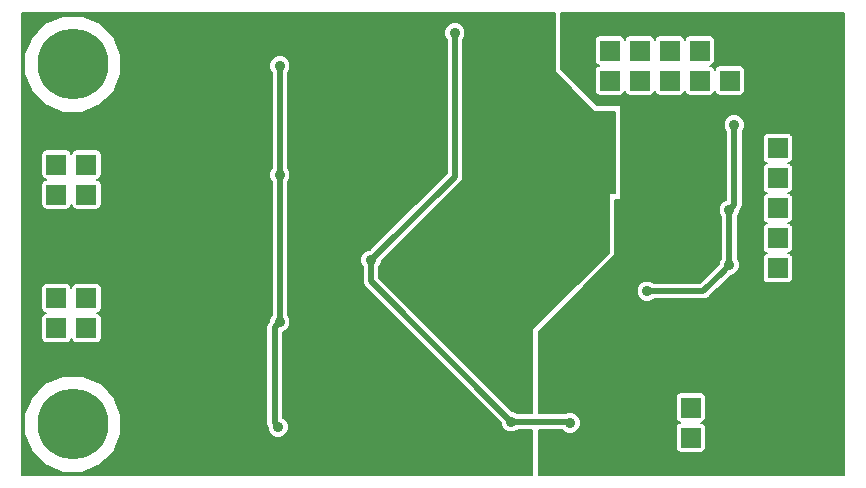
<source format=gbr>
G04 #@! TF.FileFunction,Copper,L1,Top,Signal*
%FSLAX46Y46*%
G04 Gerber Fmt 4.6, Leading zero omitted, Abs format (unit mm)*
G04 Created by KiCad (PCBNEW 0.201412101631+5319~19~ubuntu14.04.1-product) date Čt 11. prosinec 2014, 14:09:43 CET*
%MOMM*%
G01*
G04 APERTURE LIST*
%ADD10C,0.100000*%
%ADD11R,1.651000X1.651000*%
%ADD12C,6.000000*%
%ADD13C,0.889000*%
%ADD14C,0.500000*%
%ADD15C,0.254000*%
%ADD16C,0.600000*%
%ADD17C,0.400000*%
%ADD18C,0.300000*%
%ADD19C,0.200000*%
G04 APERTURE END LIST*
D10*
D11*
X3683000Y13208000D03*
X6223000Y13208000D03*
X3683000Y18288000D03*
X3683000Y15748000D03*
X3683000Y10668000D03*
X6223000Y10668000D03*
X6223000Y15748000D03*
X6223000Y18288000D03*
X3683000Y24511000D03*
X6223000Y24511000D03*
X3683000Y29591000D03*
X3683000Y27051000D03*
X3683000Y21971000D03*
X6223000Y21971000D03*
X6223000Y27051000D03*
X6223000Y29591000D03*
X59944000Y6477000D03*
X57404000Y6477000D03*
X54864000Y6477000D03*
X54864000Y3937000D03*
X57404000Y3937000D03*
X59944000Y3937000D03*
X55626000Y34163000D03*
X55626000Y36703000D03*
X50546000Y34163000D03*
X53086000Y34163000D03*
X58166000Y34163000D03*
X58166000Y36703000D03*
X53086000Y36703000D03*
X50546000Y36703000D03*
X64770000Y20828000D03*
X67310000Y28448000D03*
X67310000Y23368000D03*
X64770000Y28448000D03*
X67310000Y18288000D03*
X67310000Y20828000D03*
X67310000Y25908000D03*
X64770000Y18288000D03*
X64770000Y25908000D03*
X64770000Y23368000D03*
D12*
X66040000Y35560000D03*
X66040000Y5080000D03*
X5080000Y5080000D03*
X5080000Y35560000D03*
D11*
X60706000Y34163000D03*
X60706000Y36703000D03*
D13*
X45212000Y34036000D03*
X42418000Y31623000D03*
X46736000Y31877000D03*
X49657000Y25146000D03*
X49784000Y19558000D03*
X46609000Y25400000D03*
X46355000Y27305000D03*
X48006000Y24638000D03*
X50419000Y26543000D03*
X25003760Y4061460D03*
X25011380Y26339800D03*
X37785040Y11930380D03*
X32298640Y12044680D03*
X33746440Y11816080D03*
X30012640Y11625580D03*
X29098240Y14521180D03*
X25631140Y19778980D03*
X23992840Y14444980D03*
X18315940Y12463780D03*
X14620240Y15168880D03*
X43878500Y27139900D03*
X39880540Y26857960D03*
X35572700Y27101800D03*
X42291000Y35052000D03*
X35783520Y17462500D03*
X36649660Y15615920D03*
X36621720Y13738860D03*
X39913560Y17261840D03*
X41066720Y15298420D03*
X31724600Y25986740D03*
X30827980Y21894800D03*
X31244540Y23876000D03*
X32011620Y17416780D03*
X45653960Y28554680D03*
X48798480Y26626820D03*
X43180000Y8382000D03*
X41402000Y9652000D03*
X42773600Y11328400D03*
X38023800Y5842000D03*
X38227000Y2108200D03*
X32969200Y2565400D03*
X33426400Y5359400D03*
X31140400Y3911600D03*
X37421994Y38227000D03*
X42202100Y5295900D03*
X47188120Y5171440D03*
X30317440Y18938240D03*
X54737000Y31623000D03*
X68707000Y11684000D03*
X66294000Y10795000D03*
X66167000Y13716000D03*
X62484000Y13716000D03*
X58547000Y19304000D03*
X57658000Y22860000D03*
X55245000Y24765000D03*
X53467000Y25781000D03*
X52197000Y26670000D03*
X52197000Y24892000D03*
X52197000Y23368000D03*
X53848000Y23368000D03*
X50927000Y15875000D03*
X49276000Y15875000D03*
X46609000Y11430000D03*
X57404000Y26797000D03*
X56134000Y26788509D03*
X59309000Y22098000D03*
X53718460Y16344900D03*
X60657740Y23210520D03*
X60639960Y18516600D03*
X61081920Y30406340D03*
X22479000Y4826000D03*
X22606000Y13716000D03*
X22606000Y35433000D03*
X22606000Y26193750D03*
D14*
X44196000Y35052000D02*
X44767501Y34480499D01*
X42291000Y35052000D02*
X44196000Y35052000D01*
X44767501Y34480499D02*
X45212000Y34036000D01*
X42672000Y31877000D02*
X42418000Y31623000D01*
X46736000Y31877000D02*
X42672000Y31877000D01*
D15*
X45653960Y28554680D02*
X49062640Y25146000D01*
D16*
X49784000Y25019000D02*
X49657000Y25146000D01*
D15*
X49062640Y25146000D02*
X49657000Y25146000D01*
D16*
X49784000Y19558000D02*
X49784000Y25019000D01*
D15*
X46355000Y25654000D02*
X46609000Y25400000D01*
X46355000Y27305000D02*
X46355000Y25654000D01*
X48006000Y25266617D02*
X48006000Y24638000D01*
X48006000Y25834340D02*
X48006000Y25266617D01*
X48798480Y26626820D02*
X48006000Y25834340D01*
D17*
X25011380Y26339800D02*
X25011380Y25711183D01*
X25011380Y25711183D02*
X26846563Y23876000D01*
X26846563Y23876000D02*
X30615923Y23876000D01*
X30615923Y23876000D02*
X31244540Y23876000D01*
X33746440Y11816080D02*
X32527240Y11816080D01*
X32527240Y11816080D02*
X32298640Y12044680D01*
X29098240Y14521180D02*
X29098240Y12539980D01*
X29098240Y12539980D02*
X30012640Y11625580D01*
X23992840Y14444980D02*
X23992840Y18140680D01*
X23992840Y18140680D02*
X25631140Y19778980D01*
X14620240Y15168880D02*
X15610840Y15168880D01*
X15610840Y15168880D02*
X18315940Y12463780D01*
D15*
X39880540Y26857960D02*
X43596560Y26857960D01*
X43596560Y26857960D02*
X43878500Y27139900D01*
D17*
X36649660Y13766800D02*
X36621720Y13738860D01*
X36649660Y15615920D02*
X36649660Y13766800D01*
X39913560Y16451580D02*
X41066720Y15298420D01*
X39913560Y17261840D02*
X39913560Y16451580D01*
X31724600Y22791420D02*
X30827980Y21894800D01*
X31724600Y25986740D02*
X31724600Y22791420D01*
D14*
X42672000Y8382000D02*
X41402000Y9652000D01*
X43180000Y8382000D02*
X42672000Y8382000D01*
X41402000Y9956800D02*
X42773600Y11328400D01*
X41402000Y9652000D02*
X41402000Y9956800D01*
X38023800Y2311400D02*
X38227000Y2108200D01*
X38023800Y5842000D02*
X38023800Y2311400D01*
X32969200Y4902200D02*
X33426400Y5359400D01*
X32969200Y2565400D02*
X32969200Y4902200D01*
X47063660Y5295900D02*
X47188120Y5171440D01*
X42202100Y5295900D02*
X47063660Y5295900D01*
X37421994Y38227000D02*
X37421994Y26042794D01*
X42202100Y5295900D02*
X30317440Y17180560D01*
X30317440Y17180560D02*
X30317440Y18309623D01*
X30317440Y18309623D02*
X30317440Y18938240D01*
X37421994Y26042794D02*
X30761939Y19382739D01*
X30761939Y19382739D02*
X30317440Y18938240D01*
D18*
X53467000Y25781000D02*
X53467000Y30353000D01*
X53467000Y30353000D02*
X54737000Y31623000D01*
D16*
X66294000Y10795000D02*
X67818000Y10795000D01*
X67818000Y10795000D02*
X68707000Y11684000D01*
X62484000Y13716000D02*
X66167000Y13716000D01*
X55245000Y24765000D02*
X55753000Y24765000D01*
X55753000Y24765000D02*
X57658000Y22860000D01*
X52197000Y26670000D02*
X52578000Y26670000D01*
X52578000Y26670000D02*
X53467000Y25781000D01*
X52197000Y23368000D02*
X52197000Y24892000D01*
X51371499Y20637499D02*
X53848000Y23114000D01*
X53848000Y23114000D02*
X53848000Y23368000D01*
X50927000Y15875000D02*
X51371499Y16319499D01*
X51371499Y16319499D02*
X51371499Y20637499D01*
X46609000Y11430000D02*
X46609000Y13208000D01*
X46609000Y13208000D02*
X49276000Y15875000D01*
D18*
X56134000Y26788509D02*
X57395509Y26788509D01*
X57395509Y26788509D02*
X57404000Y26797000D01*
D16*
X58547000Y21336000D02*
X58864501Y21653501D01*
X58547000Y19304000D02*
X58547000Y21336000D01*
X58864501Y21653501D02*
X59309000Y22098000D01*
D14*
X60657740Y23210520D02*
X60657740Y18534380D01*
X60657740Y18534380D02*
X60639960Y18516600D01*
X53718460Y16344900D02*
X58468260Y16344900D01*
X58468260Y16344900D02*
X60195461Y18072101D01*
X60195461Y18072101D02*
X60639960Y18516600D01*
X61081920Y30406340D02*
X61081920Y23634700D01*
X61081920Y23634700D02*
X60657740Y23210520D01*
X22606000Y13716000D02*
X22161501Y13271501D01*
X22161501Y13271501D02*
X22161501Y5143499D01*
X22161501Y5143499D02*
X22479000Y4826000D01*
X22606000Y26193750D02*
X22606000Y13716000D01*
X22606000Y26193750D02*
X22606000Y35433000D01*
D19*
G36*
X70364000Y756000D02*
X66054316Y756000D01*
X66054316Y17462500D01*
X66054316Y19113500D01*
X66021025Y19285083D01*
X65921961Y19435890D01*
X65772410Y19536838D01*
X65668065Y19557764D01*
X65767083Y19576975D01*
X65917890Y19676039D01*
X66018838Y19825590D01*
X66054316Y20002500D01*
X66054316Y21653500D01*
X66021025Y21825083D01*
X65921961Y21975890D01*
X65772410Y22076838D01*
X65668065Y22097764D01*
X65767083Y22116975D01*
X65917890Y22216039D01*
X66018838Y22365590D01*
X66054316Y22542500D01*
X66054316Y24193500D01*
X66021025Y24365083D01*
X65921961Y24515890D01*
X65772410Y24616838D01*
X65668065Y24637764D01*
X65767083Y24656975D01*
X65917890Y24756039D01*
X66018838Y24905590D01*
X66054316Y25082500D01*
X66054316Y26733500D01*
X66021025Y26905083D01*
X65921961Y27055890D01*
X65772410Y27156838D01*
X65668065Y27177764D01*
X65767083Y27196975D01*
X65917890Y27296039D01*
X66018838Y27445590D01*
X66054316Y27622500D01*
X66054316Y29273500D01*
X66021025Y29445083D01*
X65921961Y29595890D01*
X65772410Y29696838D01*
X65595500Y29732316D01*
X63944500Y29732316D01*
X63772917Y29699025D01*
X63622110Y29599961D01*
X63521162Y29450410D01*
X63485684Y29273500D01*
X63485684Y27622500D01*
X63518975Y27450917D01*
X63618039Y27300110D01*
X63767590Y27199162D01*
X63871934Y27178237D01*
X63772917Y27159025D01*
X63622110Y27059961D01*
X63521162Y26910410D01*
X63485684Y26733500D01*
X63485684Y25082500D01*
X63518975Y24910917D01*
X63618039Y24760110D01*
X63767590Y24659162D01*
X63871934Y24638237D01*
X63772917Y24619025D01*
X63622110Y24519961D01*
X63521162Y24370410D01*
X63485684Y24193500D01*
X63485684Y22542500D01*
X63518975Y22370917D01*
X63618039Y22220110D01*
X63767590Y22119162D01*
X63871934Y22098237D01*
X63772917Y22079025D01*
X63622110Y21979961D01*
X63521162Y21830410D01*
X63485684Y21653500D01*
X63485684Y20002500D01*
X63518975Y19830917D01*
X63618039Y19680110D01*
X63767590Y19579162D01*
X63871934Y19558237D01*
X63772917Y19539025D01*
X63622110Y19439961D01*
X63521162Y19290410D01*
X63485684Y19113500D01*
X63485684Y17462500D01*
X63518975Y17290917D01*
X63618039Y17140110D01*
X63767590Y17039162D01*
X63944500Y17003684D01*
X65595500Y17003684D01*
X65767083Y17036975D01*
X65917890Y17136039D01*
X66018838Y17285590D01*
X66054316Y17462500D01*
X66054316Y756000D01*
X61990316Y756000D01*
X61990316Y33337500D01*
X61990316Y34988500D01*
X61957025Y35160083D01*
X61857961Y35310890D01*
X61708410Y35411838D01*
X61531500Y35447316D01*
X59880500Y35447316D01*
X59708917Y35414025D01*
X59558110Y35314961D01*
X59457162Y35165410D01*
X59436236Y35061066D01*
X59417025Y35160083D01*
X59317961Y35310890D01*
X59168410Y35411838D01*
X59064065Y35432764D01*
X59163083Y35451975D01*
X59313890Y35551039D01*
X59414838Y35700590D01*
X59450316Y35877500D01*
X59450316Y37528500D01*
X59417025Y37700083D01*
X59317961Y37850890D01*
X59168410Y37951838D01*
X58991500Y37987316D01*
X57340500Y37987316D01*
X57168917Y37954025D01*
X57018110Y37854961D01*
X56917162Y37705410D01*
X56896236Y37601066D01*
X56877025Y37700083D01*
X56777961Y37850890D01*
X56628410Y37951838D01*
X56451500Y37987316D01*
X54800500Y37987316D01*
X54628917Y37954025D01*
X54478110Y37854961D01*
X54377162Y37705410D01*
X54356236Y37601066D01*
X54337025Y37700083D01*
X54237961Y37850890D01*
X54088410Y37951838D01*
X53911500Y37987316D01*
X52260500Y37987316D01*
X52088917Y37954025D01*
X51938110Y37854961D01*
X51837162Y37705410D01*
X51816236Y37601066D01*
X51797025Y37700083D01*
X51697961Y37850890D01*
X51548410Y37951838D01*
X51371500Y37987316D01*
X49720500Y37987316D01*
X49548917Y37954025D01*
X49398110Y37854961D01*
X49297162Y37705410D01*
X49261684Y37528500D01*
X49261684Y35877500D01*
X49294975Y35705917D01*
X49394039Y35555110D01*
X49543590Y35454162D01*
X49647934Y35433237D01*
X49548917Y35414025D01*
X49398110Y35314961D01*
X49297162Y35165410D01*
X49261684Y34988500D01*
X49261684Y33337500D01*
X49294975Y33165917D01*
X49394039Y33015110D01*
X49543590Y32914162D01*
X49720500Y32878684D01*
X51371500Y32878684D01*
X51543083Y32911975D01*
X51693890Y33011039D01*
X51794838Y33160590D01*
X51815763Y33264935D01*
X51834975Y33165917D01*
X51934039Y33015110D01*
X52083590Y32914162D01*
X52260500Y32878684D01*
X53911500Y32878684D01*
X54083083Y32911975D01*
X54233890Y33011039D01*
X54334838Y33160590D01*
X54355763Y33264935D01*
X54374975Y33165917D01*
X54474039Y33015110D01*
X54623590Y32914162D01*
X54800500Y32878684D01*
X56451500Y32878684D01*
X56623083Y32911975D01*
X56773890Y33011039D01*
X56874838Y33160590D01*
X56895763Y33264935D01*
X56914975Y33165917D01*
X57014039Y33015110D01*
X57163590Y32914162D01*
X57340500Y32878684D01*
X58991500Y32878684D01*
X59163083Y32911975D01*
X59313890Y33011039D01*
X59414838Y33160590D01*
X59435763Y33264935D01*
X59454975Y33165917D01*
X59554039Y33015110D01*
X59703590Y32914162D01*
X59880500Y32878684D01*
X61531500Y32878684D01*
X61703083Y32911975D01*
X61853890Y33011039D01*
X61954838Y33160590D01*
X61990316Y33337500D01*
X61990316Y756000D01*
X61976575Y756000D01*
X61976575Y30583486D01*
X61840682Y30912371D01*
X61589275Y31164218D01*
X61260628Y31300684D01*
X60904774Y31300995D01*
X60575889Y31165102D01*
X60324042Y30913695D01*
X60187576Y30585048D01*
X60187265Y30229194D01*
X60323158Y29900309D01*
X60381920Y29841444D01*
X60381920Y24064404D01*
X60151709Y23969282D01*
X59899862Y23717875D01*
X59763396Y23389228D01*
X59763085Y23033374D01*
X59898978Y22704489D01*
X59957740Y22645624D01*
X59957740Y19099481D01*
X59882082Y19023955D01*
X59745616Y18695308D01*
X59745543Y18612134D01*
X59700486Y18567076D01*
X58178309Y17044900D01*
X54283591Y17044900D01*
X54225815Y17102778D01*
X53897168Y17239244D01*
X53541314Y17239555D01*
X53212429Y17103662D01*
X52960582Y16852255D01*
X52824116Y16523608D01*
X52823805Y16167754D01*
X52959698Y15838869D01*
X53211105Y15587022D01*
X53539752Y15450556D01*
X53895606Y15450245D01*
X54224491Y15586138D01*
X54283355Y15644900D01*
X58468260Y15644900D01*
X58736138Y15698184D01*
X58736139Y15698184D01*
X58963235Y15849925D01*
X60690436Y17577126D01*
X60735326Y17622017D01*
X60817106Y17621945D01*
X61145991Y17757838D01*
X61397838Y18009245D01*
X61534304Y18337892D01*
X61534615Y18693746D01*
X61398722Y19022631D01*
X61357740Y19063684D01*
X61357740Y22645389D01*
X61415618Y22703165D01*
X61552084Y23031812D01*
X61552156Y23114987D01*
X61576895Y23139725D01*
X61728636Y23366821D01*
X61728636Y23366822D01*
X61781920Y23634700D01*
X61781920Y29841209D01*
X61839798Y29898985D01*
X61976264Y30227632D01*
X61976575Y30583486D01*
X61976575Y756000D01*
X58688316Y756000D01*
X58688316Y3111500D01*
X58688316Y4762500D01*
X58655025Y4934083D01*
X58555961Y5084890D01*
X58406410Y5185838D01*
X58302065Y5206764D01*
X58401083Y5225975D01*
X58551890Y5325039D01*
X58652838Y5474590D01*
X58688316Y5651500D01*
X58688316Y7302500D01*
X58655025Y7474083D01*
X58555961Y7624890D01*
X58406410Y7725838D01*
X58229500Y7761316D01*
X56578500Y7761316D01*
X56406917Y7728025D01*
X56256110Y7628961D01*
X56155162Y7479410D01*
X56119684Y7302500D01*
X56119684Y5651500D01*
X56152975Y5479917D01*
X56252039Y5329110D01*
X56401590Y5228162D01*
X56505934Y5207237D01*
X56406917Y5188025D01*
X56256110Y5088961D01*
X56155162Y4939410D01*
X56119684Y4762500D01*
X56119684Y3111500D01*
X56152975Y2939917D01*
X56252039Y2789110D01*
X56401590Y2688162D01*
X56578500Y2652684D01*
X58229500Y2652684D01*
X58401083Y2685975D01*
X58551890Y2785039D01*
X58652838Y2934590D01*
X58688316Y3111500D01*
X58688316Y756000D01*
X44519000Y756000D01*
X44519000Y4595900D01*
X46498745Y4595900D01*
X46680765Y4413562D01*
X47009412Y4277096D01*
X47365266Y4276785D01*
X47694151Y4412678D01*
X47945998Y4664085D01*
X48082464Y4992732D01*
X48082775Y5348586D01*
X47946882Y5677471D01*
X47695475Y5929318D01*
X47366828Y6065784D01*
X47010974Y6066095D01*
X46841089Y5995900D01*
X44519000Y5995900D01*
X44519000Y12894604D01*
X50996000Y19371604D01*
X50996000Y24061000D01*
X51504000Y24061000D01*
X51504000Y25273000D01*
X51504000Y32073000D01*
X49462396Y32073000D01*
X46424000Y35111396D01*
X46424000Y39884000D01*
X70364000Y39884000D01*
X70364000Y756000D01*
X70364000Y756000D01*
G37*
X70364000Y756000D02*
X66054316Y756000D01*
X66054316Y17462500D01*
X66054316Y19113500D01*
X66021025Y19285083D01*
X65921961Y19435890D01*
X65772410Y19536838D01*
X65668065Y19557764D01*
X65767083Y19576975D01*
X65917890Y19676039D01*
X66018838Y19825590D01*
X66054316Y20002500D01*
X66054316Y21653500D01*
X66021025Y21825083D01*
X65921961Y21975890D01*
X65772410Y22076838D01*
X65668065Y22097764D01*
X65767083Y22116975D01*
X65917890Y22216039D01*
X66018838Y22365590D01*
X66054316Y22542500D01*
X66054316Y24193500D01*
X66021025Y24365083D01*
X65921961Y24515890D01*
X65772410Y24616838D01*
X65668065Y24637764D01*
X65767083Y24656975D01*
X65917890Y24756039D01*
X66018838Y24905590D01*
X66054316Y25082500D01*
X66054316Y26733500D01*
X66021025Y26905083D01*
X65921961Y27055890D01*
X65772410Y27156838D01*
X65668065Y27177764D01*
X65767083Y27196975D01*
X65917890Y27296039D01*
X66018838Y27445590D01*
X66054316Y27622500D01*
X66054316Y29273500D01*
X66021025Y29445083D01*
X65921961Y29595890D01*
X65772410Y29696838D01*
X65595500Y29732316D01*
X63944500Y29732316D01*
X63772917Y29699025D01*
X63622110Y29599961D01*
X63521162Y29450410D01*
X63485684Y29273500D01*
X63485684Y27622500D01*
X63518975Y27450917D01*
X63618039Y27300110D01*
X63767590Y27199162D01*
X63871934Y27178237D01*
X63772917Y27159025D01*
X63622110Y27059961D01*
X63521162Y26910410D01*
X63485684Y26733500D01*
X63485684Y25082500D01*
X63518975Y24910917D01*
X63618039Y24760110D01*
X63767590Y24659162D01*
X63871934Y24638237D01*
X63772917Y24619025D01*
X63622110Y24519961D01*
X63521162Y24370410D01*
X63485684Y24193500D01*
X63485684Y22542500D01*
X63518975Y22370917D01*
X63618039Y22220110D01*
X63767590Y22119162D01*
X63871934Y22098237D01*
X63772917Y22079025D01*
X63622110Y21979961D01*
X63521162Y21830410D01*
X63485684Y21653500D01*
X63485684Y20002500D01*
X63518975Y19830917D01*
X63618039Y19680110D01*
X63767590Y19579162D01*
X63871934Y19558237D01*
X63772917Y19539025D01*
X63622110Y19439961D01*
X63521162Y19290410D01*
X63485684Y19113500D01*
X63485684Y17462500D01*
X63518975Y17290917D01*
X63618039Y17140110D01*
X63767590Y17039162D01*
X63944500Y17003684D01*
X65595500Y17003684D01*
X65767083Y17036975D01*
X65917890Y17136039D01*
X66018838Y17285590D01*
X66054316Y17462500D01*
X66054316Y756000D01*
X61990316Y756000D01*
X61990316Y33337500D01*
X61990316Y34988500D01*
X61957025Y35160083D01*
X61857961Y35310890D01*
X61708410Y35411838D01*
X61531500Y35447316D01*
X59880500Y35447316D01*
X59708917Y35414025D01*
X59558110Y35314961D01*
X59457162Y35165410D01*
X59436236Y35061066D01*
X59417025Y35160083D01*
X59317961Y35310890D01*
X59168410Y35411838D01*
X59064065Y35432764D01*
X59163083Y35451975D01*
X59313890Y35551039D01*
X59414838Y35700590D01*
X59450316Y35877500D01*
X59450316Y37528500D01*
X59417025Y37700083D01*
X59317961Y37850890D01*
X59168410Y37951838D01*
X58991500Y37987316D01*
X57340500Y37987316D01*
X57168917Y37954025D01*
X57018110Y37854961D01*
X56917162Y37705410D01*
X56896236Y37601066D01*
X56877025Y37700083D01*
X56777961Y37850890D01*
X56628410Y37951838D01*
X56451500Y37987316D01*
X54800500Y37987316D01*
X54628917Y37954025D01*
X54478110Y37854961D01*
X54377162Y37705410D01*
X54356236Y37601066D01*
X54337025Y37700083D01*
X54237961Y37850890D01*
X54088410Y37951838D01*
X53911500Y37987316D01*
X52260500Y37987316D01*
X52088917Y37954025D01*
X51938110Y37854961D01*
X51837162Y37705410D01*
X51816236Y37601066D01*
X51797025Y37700083D01*
X51697961Y37850890D01*
X51548410Y37951838D01*
X51371500Y37987316D01*
X49720500Y37987316D01*
X49548917Y37954025D01*
X49398110Y37854961D01*
X49297162Y37705410D01*
X49261684Y37528500D01*
X49261684Y35877500D01*
X49294975Y35705917D01*
X49394039Y35555110D01*
X49543590Y35454162D01*
X49647934Y35433237D01*
X49548917Y35414025D01*
X49398110Y35314961D01*
X49297162Y35165410D01*
X49261684Y34988500D01*
X49261684Y33337500D01*
X49294975Y33165917D01*
X49394039Y33015110D01*
X49543590Y32914162D01*
X49720500Y32878684D01*
X51371500Y32878684D01*
X51543083Y32911975D01*
X51693890Y33011039D01*
X51794838Y33160590D01*
X51815763Y33264935D01*
X51834975Y33165917D01*
X51934039Y33015110D01*
X52083590Y32914162D01*
X52260500Y32878684D01*
X53911500Y32878684D01*
X54083083Y32911975D01*
X54233890Y33011039D01*
X54334838Y33160590D01*
X54355763Y33264935D01*
X54374975Y33165917D01*
X54474039Y33015110D01*
X54623590Y32914162D01*
X54800500Y32878684D01*
X56451500Y32878684D01*
X56623083Y32911975D01*
X56773890Y33011039D01*
X56874838Y33160590D01*
X56895763Y33264935D01*
X56914975Y33165917D01*
X57014039Y33015110D01*
X57163590Y32914162D01*
X57340500Y32878684D01*
X58991500Y32878684D01*
X59163083Y32911975D01*
X59313890Y33011039D01*
X59414838Y33160590D01*
X59435763Y33264935D01*
X59454975Y33165917D01*
X59554039Y33015110D01*
X59703590Y32914162D01*
X59880500Y32878684D01*
X61531500Y32878684D01*
X61703083Y32911975D01*
X61853890Y33011039D01*
X61954838Y33160590D01*
X61990316Y33337500D01*
X61990316Y756000D01*
X61976575Y756000D01*
X61976575Y30583486D01*
X61840682Y30912371D01*
X61589275Y31164218D01*
X61260628Y31300684D01*
X60904774Y31300995D01*
X60575889Y31165102D01*
X60324042Y30913695D01*
X60187576Y30585048D01*
X60187265Y30229194D01*
X60323158Y29900309D01*
X60381920Y29841444D01*
X60381920Y24064404D01*
X60151709Y23969282D01*
X59899862Y23717875D01*
X59763396Y23389228D01*
X59763085Y23033374D01*
X59898978Y22704489D01*
X59957740Y22645624D01*
X59957740Y19099481D01*
X59882082Y19023955D01*
X59745616Y18695308D01*
X59745543Y18612134D01*
X59700486Y18567076D01*
X58178309Y17044900D01*
X54283591Y17044900D01*
X54225815Y17102778D01*
X53897168Y17239244D01*
X53541314Y17239555D01*
X53212429Y17103662D01*
X52960582Y16852255D01*
X52824116Y16523608D01*
X52823805Y16167754D01*
X52959698Y15838869D01*
X53211105Y15587022D01*
X53539752Y15450556D01*
X53895606Y15450245D01*
X54224491Y15586138D01*
X54283355Y15644900D01*
X58468260Y15644900D01*
X58736138Y15698184D01*
X58736139Y15698184D01*
X58963235Y15849925D01*
X60690436Y17577126D01*
X60735326Y17622017D01*
X60817106Y17621945D01*
X61145991Y17757838D01*
X61397838Y18009245D01*
X61534304Y18337892D01*
X61534615Y18693746D01*
X61398722Y19022631D01*
X61357740Y19063684D01*
X61357740Y22645389D01*
X61415618Y22703165D01*
X61552084Y23031812D01*
X61552156Y23114987D01*
X61576895Y23139725D01*
X61728636Y23366821D01*
X61728636Y23366822D01*
X61781920Y23634700D01*
X61781920Y29841209D01*
X61839798Y29898985D01*
X61976264Y30227632D01*
X61976575Y30583486D01*
X61976575Y756000D01*
X58688316Y756000D01*
X58688316Y3111500D01*
X58688316Y4762500D01*
X58655025Y4934083D01*
X58555961Y5084890D01*
X58406410Y5185838D01*
X58302065Y5206764D01*
X58401083Y5225975D01*
X58551890Y5325039D01*
X58652838Y5474590D01*
X58688316Y5651500D01*
X58688316Y7302500D01*
X58655025Y7474083D01*
X58555961Y7624890D01*
X58406410Y7725838D01*
X58229500Y7761316D01*
X56578500Y7761316D01*
X56406917Y7728025D01*
X56256110Y7628961D01*
X56155162Y7479410D01*
X56119684Y7302500D01*
X56119684Y5651500D01*
X56152975Y5479917D01*
X56252039Y5329110D01*
X56401590Y5228162D01*
X56505934Y5207237D01*
X56406917Y5188025D01*
X56256110Y5088961D01*
X56155162Y4939410D01*
X56119684Y4762500D01*
X56119684Y3111500D01*
X56152975Y2939917D01*
X56252039Y2789110D01*
X56401590Y2688162D01*
X56578500Y2652684D01*
X58229500Y2652684D01*
X58401083Y2685975D01*
X58551890Y2785039D01*
X58652838Y2934590D01*
X58688316Y3111500D01*
X58688316Y756000D01*
X44519000Y756000D01*
X44519000Y4595900D01*
X46498745Y4595900D01*
X46680765Y4413562D01*
X47009412Y4277096D01*
X47365266Y4276785D01*
X47694151Y4412678D01*
X47945998Y4664085D01*
X48082464Y4992732D01*
X48082775Y5348586D01*
X47946882Y5677471D01*
X47695475Y5929318D01*
X47366828Y6065784D01*
X47010974Y6066095D01*
X46841089Y5995900D01*
X44519000Y5995900D01*
X44519000Y12894604D01*
X50996000Y19371604D01*
X50996000Y24061000D01*
X51504000Y24061000D01*
X51504000Y25273000D01*
X51504000Y32073000D01*
X49462396Y32073000D01*
X46424000Y35111396D01*
X46424000Y39884000D01*
X70364000Y39884000D01*
X70364000Y756000D01*
G36*
X50954000Y24611000D02*
X50446000Y24611000D01*
X50446000Y19599421D01*
X43969000Y13122421D01*
X43969000Y5995900D01*
X42767231Y5995900D01*
X42709455Y6053778D01*
X42380808Y6190244D01*
X42297632Y6190317D01*
X31017440Y17470509D01*
X31017440Y18309623D01*
X31017440Y18373109D01*
X31075318Y18430885D01*
X31211784Y18759532D01*
X31211856Y18842708D01*
X31256910Y18887762D01*
X31256914Y18887764D01*
X31256914Y18887765D01*
X37916969Y25547819D01*
X38068710Y25774915D01*
X38068710Y25774916D01*
X38121994Y26042794D01*
X38121994Y37661869D01*
X38179872Y37719645D01*
X38316338Y38048292D01*
X38316649Y38404146D01*
X38180756Y38733031D01*
X37929349Y38984878D01*
X37600702Y39121344D01*
X37244848Y39121655D01*
X36915963Y38985762D01*
X36664116Y38734355D01*
X36527650Y38405708D01*
X36527339Y38049854D01*
X36663232Y37720969D01*
X36721994Y37662104D01*
X36721994Y26332744D01*
X30266964Y19877714D01*
X30266961Y19877711D01*
X30222074Y19832824D01*
X30140294Y19832895D01*
X29811409Y19697002D01*
X29559562Y19445595D01*
X29423096Y19116948D01*
X29422785Y18761094D01*
X29558678Y18432209D01*
X29617440Y18373344D01*
X29617440Y18309623D01*
X29617440Y17180560D01*
X29670724Y16912681D01*
X29822465Y16685585D01*
X41307516Y5200535D01*
X41307445Y5118754D01*
X41443338Y4789869D01*
X41694745Y4538022D01*
X42023392Y4401556D01*
X42379246Y4401245D01*
X42708131Y4537138D01*
X42766995Y4595900D01*
X43969000Y4595900D01*
X43969000Y756000D01*
X23500655Y756000D01*
X23500655Y13893146D01*
X23364762Y14222031D01*
X23306000Y14280895D01*
X23306000Y25628619D01*
X23363878Y25686395D01*
X23500344Y26015042D01*
X23500655Y26370896D01*
X23364762Y26699781D01*
X23306000Y26758645D01*
X23306000Y34867869D01*
X23363878Y34925645D01*
X23500344Y35254292D01*
X23500655Y35610146D01*
X23364762Y35939031D01*
X23113355Y36190878D01*
X22784708Y36327344D01*
X22428854Y36327655D01*
X22099969Y36191762D01*
X21848122Y35940355D01*
X21711656Y35611708D01*
X21711345Y35255854D01*
X21847238Y34926969D01*
X21906000Y34868104D01*
X21906000Y26758882D01*
X21848122Y26701105D01*
X21711656Y26372458D01*
X21711345Y26016604D01*
X21847238Y25687719D01*
X21906000Y25628854D01*
X21906000Y14281132D01*
X21848122Y14223355D01*
X21711656Y13894708D01*
X21711583Y13811534D01*
X21666526Y13766476D01*
X21514785Y13539380D01*
X21461501Y13271501D01*
X21461501Y5143499D01*
X21514785Y4875620D01*
X21584452Y4771357D01*
X21584345Y4648854D01*
X21720238Y4319969D01*
X21971645Y4068122D01*
X22300292Y3931656D01*
X22656146Y3931345D01*
X22985031Y4067238D01*
X23236878Y4318645D01*
X23373344Y4647292D01*
X23373655Y5003146D01*
X23237762Y5332031D01*
X22986355Y5583878D01*
X22861501Y5635722D01*
X22861501Y12853721D01*
X23112031Y12957238D01*
X23363878Y13208645D01*
X23500344Y13537292D01*
X23500655Y13893146D01*
X23500655Y756000D01*
X9180710Y756000D01*
X9180710Y5891963D01*
X9180710Y36371963D01*
X8557838Y37879429D01*
X7405496Y39033784D01*
X5899118Y39659287D01*
X4268037Y39660710D01*
X2760571Y39037838D01*
X1606216Y37885496D01*
X980713Y36379118D01*
X979290Y34748037D01*
X1602162Y33240571D01*
X2754504Y32086216D01*
X4260882Y31460713D01*
X5891963Y31459290D01*
X7399429Y32082162D01*
X8553784Y33234504D01*
X9179287Y34740882D01*
X9180710Y36371963D01*
X9180710Y5891963D01*
X8557838Y7399429D01*
X7507316Y8451786D01*
X7507316Y12382500D01*
X7507316Y14033500D01*
X7474025Y14205083D01*
X7374961Y14355890D01*
X7225410Y14456838D01*
X7121065Y14477764D01*
X7220083Y14496975D01*
X7370890Y14596039D01*
X7471838Y14745590D01*
X7507316Y14922500D01*
X7507316Y16573500D01*
X7507316Y23685500D01*
X7507316Y25336500D01*
X7474025Y25508083D01*
X7374961Y25658890D01*
X7225410Y25759838D01*
X7121065Y25780764D01*
X7220083Y25799975D01*
X7370890Y25899039D01*
X7471838Y26048590D01*
X7507316Y26225500D01*
X7507316Y27876500D01*
X7474025Y28048083D01*
X7374961Y28198890D01*
X7225410Y28299838D01*
X7048500Y28335316D01*
X5397500Y28335316D01*
X5225917Y28302025D01*
X5075110Y28202961D01*
X4974162Y28053410D01*
X4953236Y27949066D01*
X4934025Y28048083D01*
X4834961Y28198890D01*
X4685410Y28299838D01*
X4508500Y28335316D01*
X2857500Y28335316D01*
X2685917Y28302025D01*
X2535110Y28202961D01*
X2434162Y28053410D01*
X2398684Y27876500D01*
X2398684Y26225500D01*
X2431975Y26053917D01*
X2531039Y25903110D01*
X2680590Y25802162D01*
X2784934Y25781237D01*
X2685917Y25762025D01*
X2535110Y25662961D01*
X2434162Y25513410D01*
X2398684Y25336500D01*
X2398684Y23685500D01*
X2431975Y23513917D01*
X2531039Y23363110D01*
X2680590Y23262162D01*
X2857500Y23226684D01*
X4508500Y23226684D01*
X4680083Y23259975D01*
X4830890Y23359039D01*
X4931838Y23508590D01*
X4952763Y23612935D01*
X4971975Y23513917D01*
X5071039Y23363110D01*
X5220590Y23262162D01*
X5397500Y23226684D01*
X7048500Y23226684D01*
X7220083Y23259975D01*
X7370890Y23359039D01*
X7471838Y23508590D01*
X7507316Y23685500D01*
X7507316Y16573500D01*
X7474025Y16745083D01*
X7374961Y16895890D01*
X7225410Y16996838D01*
X7048500Y17032316D01*
X5397500Y17032316D01*
X5225917Y16999025D01*
X5075110Y16899961D01*
X4974162Y16750410D01*
X4953236Y16646066D01*
X4934025Y16745083D01*
X4834961Y16895890D01*
X4685410Y16996838D01*
X4508500Y17032316D01*
X2857500Y17032316D01*
X2685917Y16999025D01*
X2535110Y16899961D01*
X2434162Y16750410D01*
X2398684Y16573500D01*
X2398684Y14922500D01*
X2431975Y14750917D01*
X2531039Y14600110D01*
X2680590Y14499162D01*
X2784934Y14478237D01*
X2685917Y14459025D01*
X2535110Y14359961D01*
X2434162Y14210410D01*
X2398684Y14033500D01*
X2398684Y12382500D01*
X2431975Y12210917D01*
X2531039Y12060110D01*
X2680590Y11959162D01*
X2857500Y11923684D01*
X4508500Y11923684D01*
X4680083Y11956975D01*
X4830890Y12056039D01*
X4931838Y12205590D01*
X4952763Y12309935D01*
X4971975Y12210917D01*
X5071039Y12060110D01*
X5220590Y11959162D01*
X5397500Y11923684D01*
X7048500Y11923684D01*
X7220083Y11956975D01*
X7370890Y12056039D01*
X7471838Y12205590D01*
X7507316Y12382500D01*
X7507316Y8451786D01*
X7405496Y8553784D01*
X5899118Y9179287D01*
X4268037Y9180710D01*
X2760571Y8557838D01*
X1606216Y7405496D01*
X980713Y5899118D01*
X979290Y4268037D01*
X1602162Y2760571D01*
X2754504Y1606216D01*
X4260882Y980713D01*
X5891963Y979290D01*
X7399429Y1602162D01*
X8553784Y2754504D01*
X9179287Y4260882D01*
X9180710Y5891963D01*
X9180710Y756000D01*
X756000Y756000D01*
X756000Y39884000D01*
X45874000Y39884000D01*
X45874000Y34883579D01*
X49234579Y31523000D01*
X50954000Y31523000D01*
X50954000Y25273000D01*
X50954000Y24611000D01*
X50954000Y24611000D01*
G37*
X50954000Y24611000D02*
X50446000Y24611000D01*
X50446000Y19599421D01*
X43969000Y13122421D01*
X43969000Y5995900D01*
X42767231Y5995900D01*
X42709455Y6053778D01*
X42380808Y6190244D01*
X42297632Y6190317D01*
X31017440Y17470509D01*
X31017440Y18309623D01*
X31017440Y18373109D01*
X31075318Y18430885D01*
X31211784Y18759532D01*
X31211856Y18842708D01*
X31256910Y18887762D01*
X31256914Y18887764D01*
X31256914Y18887765D01*
X37916969Y25547819D01*
X38068710Y25774915D01*
X38068710Y25774916D01*
X38121994Y26042794D01*
X38121994Y37661869D01*
X38179872Y37719645D01*
X38316338Y38048292D01*
X38316649Y38404146D01*
X38180756Y38733031D01*
X37929349Y38984878D01*
X37600702Y39121344D01*
X37244848Y39121655D01*
X36915963Y38985762D01*
X36664116Y38734355D01*
X36527650Y38405708D01*
X36527339Y38049854D01*
X36663232Y37720969D01*
X36721994Y37662104D01*
X36721994Y26332744D01*
X30266964Y19877714D01*
X30266961Y19877711D01*
X30222074Y19832824D01*
X30140294Y19832895D01*
X29811409Y19697002D01*
X29559562Y19445595D01*
X29423096Y19116948D01*
X29422785Y18761094D01*
X29558678Y18432209D01*
X29617440Y18373344D01*
X29617440Y18309623D01*
X29617440Y17180560D01*
X29670724Y16912681D01*
X29822465Y16685585D01*
X41307516Y5200535D01*
X41307445Y5118754D01*
X41443338Y4789869D01*
X41694745Y4538022D01*
X42023392Y4401556D01*
X42379246Y4401245D01*
X42708131Y4537138D01*
X42766995Y4595900D01*
X43969000Y4595900D01*
X43969000Y756000D01*
X23500655Y756000D01*
X23500655Y13893146D01*
X23364762Y14222031D01*
X23306000Y14280895D01*
X23306000Y25628619D01*
X23363878Y25686395D01*
X23500344Y26015042D01*
X23500655Y26370896D01*
X23364762Y26699781D01*
X23306000Y26758645D01*
X23306000Y34867869D01*
X23363878Y34925645D01*
X23500344Y35254292D01*
X23500655Y35610146D01*
X23364762Y35939031D01*
X23113355Y36190878D01*
X22784708Y36327344D01*
X22428854Y36327655D01*
X22099969Y36191762D01*
X21848122Y35940355D01*
X21711656Y35611708D01*
X21711345Y35255854D01*
X21847238Y34926969D01*
X21906000Y34868104D01*
X21906000Y26758882D01*
X21848122Y26701105D01*
X21711656Y26372458D01*
X21711345Y26016604D01*
X21847238Y25687719D01*
X21906000Y25628854D01*
X21906000Y14281132D01*
X21848122Y14223355D01*
X21711656Y13894708D01*
X21711583Y13811534D01*
X21666526Y13766476D01*
X21514785Y13539380D01*
X21461501Y13271501D01*
X21461501Y5143499D01*
X21514785Y4875620D01*
X21584452Y4771357D01*
X21584345Y4648854D01*
X21720238Y4319969D01*
X21971645Y4068122D01*
X22300292Y3931656D01*
X22656146Y3931345D01*
X22985031Y4067238D01*
X23236878Y4318645D01*
X23373344Y4647292D01*
X23373655Y5003146D01*
X23237762Y5332031D01*
X22986355Y5583878D01*
X22861501Y5635722D01*
X22861501Y12853721D01*
X23112031Y12957238D01*
X23363878Y13208645D01*
X23500344Y13537292D01*
X23500655Y13893146D01*
X23500655Y756000D01*
X9180710Y756000D01*
X9180710Y5891963D01*
X9180710Y36371963D01*
X8557838Y37879429D01*
X7405496Y39033784D01*
X5899118Y39659287D01*
X4268037Y39660710D01*
X2760571Y39037838D01*
X1606216Y37885496D01*
X980713Y36379118D01*
X979290Y34748037D01*
X1602162Y33240571D01*
X2754504Y32086216D01*
X4260882Y31460713D01*
X5891963Y31459290D01*
X7399429Y32082162D01*
X8553784Y33234504D01*
X9179287Y34740882D01*
X9180710Y36371963D01*
X9180710Y5891963D01*
X8557838Y7399429D01*
X7507316Y8451786D01*
X7507316Y12382500D01*
X7507316Y14033500D01*
X7474025Y14205083D01*
X7374961Y14355890D01*
X7225410Y14456838D01*
X7121065Y14477764D01*
X7220083Y14496975D01*
X7370890Y14596039D01*
X7471838Y14745590D01*
X7507316Y14922500D01*
X7507316Y16573500D01*
X7507316Y23685500D01*
X7507316Y25336500D01*
X7474025Y25508083D01*
X7374961Y25658890D01*
X7225410Y25759838D01*
X7121065Y25780764D01*
X7220083Y25799975D01*
X7370890Y25899039D01*
X7471838Y26048590D01*
X7507316Y26225500D01*
X7507316Y27876500D01*
X7474025Y28048083D01*
X7374961Y28198890D01*
X7225410Y28299838D01*
X7048500Y28335316D01*
X5397500Y28335316D01*
X5225917Y28302025D01*
X5075110Y28202961D01*
X4974162Y28053410D01*
X4953236Y27949066D01*
X4934025Y28048083D01*
X4834961Y28198890D01*
X4685410Y28299838D01*
X4508500Y28335316D01*
X2857500Y28335316D01*
X2685917Y28302025D01*
X2535110Y28202961D01*
X2434162Y28053410D01*
X2398684Y27876500D01*
X2398684Y26225500D01*
X2431975Y26053917D01*
X2531039Y25903110D01*
X2680590Y25802162D01*
X2784934Y25781237D01*
X2685917Y25762025D01*
X2535110Y25662961D01*
X2434162Y25513410D01*
X2398684Y25336500D01*
X2398684Y23685500D01*
X2431975Y23513917D01*
X2531039Y23363110D01*
X2680590Y23262162D01*
X2857500Y23226684D01*
X4508500Y23226684D01*
X4680083Y23259975D01*
X4830890Y23359039D01*
X4931838Y23508590D01*
X4952763Y23612935D01*
X4971975Y23513917D01*
X5071039Y23363110D01*
X5220590Y23262162D01*
X5397500Y23226684D01*
X7048500Y23226684D01*
X7220083Y23259975D01*
X7370890Y23359039D01*
X7471838Y23508590D01*
X7507316Y23685500D01*
X7507316Y16573500D01*
X7474025Y16745083D01*
X7374961Y16895890D01*
X7225410Y16996838D01*
X7048500Y17032316D01*
X5397500Y17032316D01*
X5225917Y16999025D01*
X5075110Y16899961D01*
X4974162Y16750410D01*
X4953236Y16646066D01*
X4934025Y16745083D01*
X4834961Y16895890D01*
X4685410Y16996838D01*
X4508500Y17032316D01*
X2857500Y17032316D01*
X2685917Y16999025D01*
X2535110Y16899961D01*
X2434162Y16750410D01*
X2398684Y16573500D01*
X2398684Y14922500D01*
X2431975Y14750917D01*
X2531039Y14600110D01*
X2680590Y14499162D01*
X2784934Y14478237D01*
X2685917Y14459025D01*
X2535110Y14359961D01*
X2434162Y14210410D01*
X2398684Y14033500D01*
X2398684Y12382500D01*
X2431975Y12210917D01*
X2531039Y12060110D01*
X2680590Y11959162D01*
X2857500Y11923684D01*
X4508500Y11923684D01*
X4680083Y11956975D01*
X4830890Y12056039D01*
X4931838Y12205590D01*
X4952763Y12309935D01*
X4971975Y12210917D01*
X5071039Y12060110D01*
X5220590Y11959162D01*
X5397500Y11923684D01*
X7048500Y11923684D01*
X7220083Y11956975D01*
X7370890Y12056039D01*
X7471838Y12205590D01*
X7507316Y12382500D01*
X7507316Y8451786D01*
X7405496Y8553784D01*
X5899118Y9179287D01*
X4268037Y9180710D01*
X2760571Y8557838D01*
X1606216Y7405496D01*
X980713Y5899118D01*
X979290Y4268037D01*
X1602162Y2760571D01*
X2754504Y1606216D01*
X4260882Y980713D01*
X5891963Y979290D01*
X7399429Y1602162D01*
X8553784Y2754504D01*
X9179287Y4260882D01*
X9180710Y5891963D01*
X9180710Y756000D01*
X756000Y756000D01*
X756000Y39884000D01*
X45874000Y39884000D01*
X45874000Y34883579D01*
X49234579Y31523000D01*
X50954000Y31523000D01*
X50954000Y25273000D01*
X50954000Y24611000D01*
M02*

</source>
